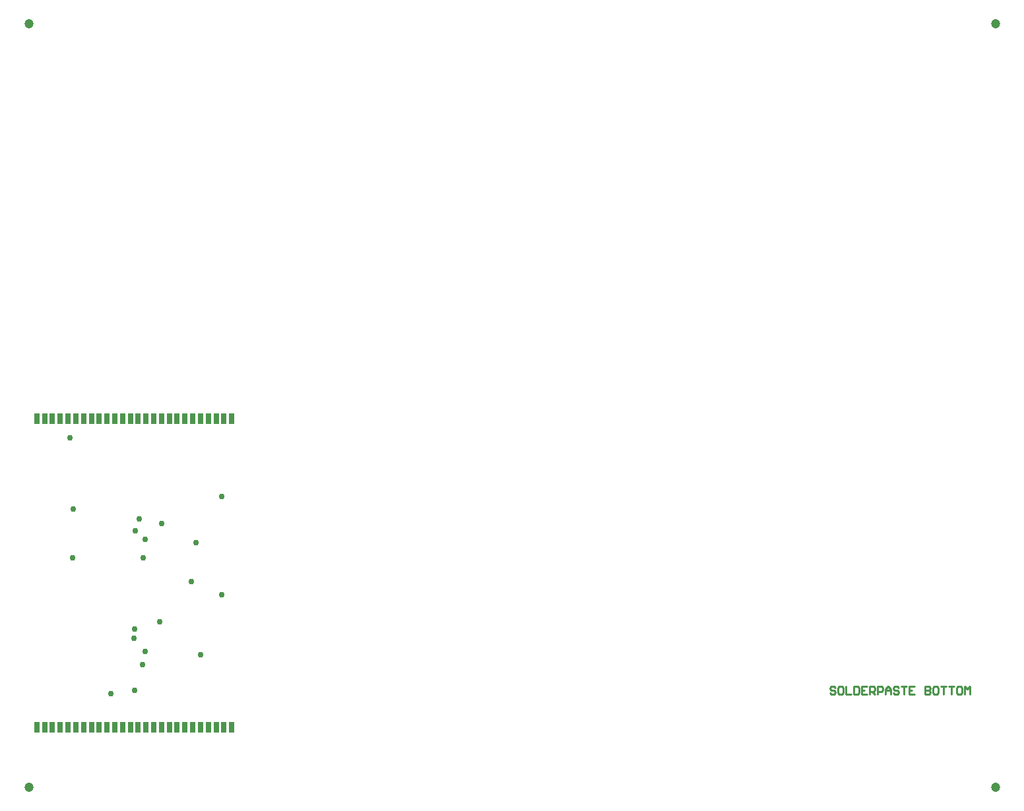
<source format=gbp>
%FSLAX24Y24*%
%MOIN*%
G70*
G01*
G75*
G04 Layer_Color=128*
%ADD10R,0.0315X0.0118*%
%ADD11R,0.0197X0.0039*%
%ADD12R,0.0157X0.0157*%
%ADD13R,0.0197X0.0118*%
%ADD14R,0.0118X0.0157*%
%ADD15C,0.0100*%
%ADD16R,0.0295X0.0591*%
%ADD17R,0.0146X0.0067*%
%ADD18R,0.0146X0.0106*%
G04:AMPARAMS|DCode=19|XSize=59.1mil|YSize=17.7mil|CornerRadius=0mil|HoleSize=0mil|Usage=FLASHONLY|Rotation=90.000|XOffset=0mil|YOffset=0mil|HoleType=Round|Shape=RoundedRectangle|*
%AMROUNDEDRECTD19*
21,1,0.0591,0.0177,0,0,90.0*
21,1,0.0591,0.0177,0,0,90.0*
1,1,0.0000,0.0089,0.0295*
1,1,0.0000,0.0089,-0.0295*
1,1,0.0000,-0.0089,-0.0295*
1,1,0.0000,-0.0089,0.0295*
%
%ADD19ROUNDEDRECTD19*%
%ADD20R,0.0118X0.0315*%
%ADD21R,0.0472X0.0787*%
%ADD22R,0.0354X0.0157*%
%ADD23R,0.0189X0.0197*%
%ADD24R,0.0039X0.0039*%
%ADD25R,0.0246X0.1496*%
%ADD26R,0.0246X0.1043*%
%ADD27R,0.1232X0.0246*%
%ADD28R,0.1496X0.0246*%
%ADD29R,0.0177X0.0197*%
%ADD30R,0.0118X0.0118*%
G04:AMPARAMS|DCode=31|XSize=11.8mil|YSize=11.8mil|CornerRadius=0.3mil|HoleSize=0mil|Usage=FLASHONLY|Rotation=270.000|XOffset=0mil|YOffset=0mil|HoleType=Round|Shape=RoundedRectangle|*
%AMROUNDEDRECTD31*
21,1,0.0118,0.0112,0,0,270.0*
21,1,0.0112,0.0118,0,0,270.0*
1,1,0.0006,-0.0056,-0.0056*
1,1,0.0006,-0.0056,0.0056*
1,1,0.0006,0.0056,0.0056*
1,1,0.0006,0.0056,-0.0056*
%
%ADD31ROUNDEDRECTD31*%
%ADD32R,0.1654X0.1654*%
%ADD33R,0.0374X0.0079*%
%ADD34R,0.0079X0.0374*%
G04:AMPARAMS|DCode=35|XSize=39.4mil|YSize=23.6mil|CornerRadius=0.6mil|HoleSize=0mil|Usage=FLASHONLY|Rotation=270.000|XOffset=0mil|YOffset=0mil|HoleType=Round|Shape=RoundedRectangle|*
%AMROUNDEDRECTD35*
21,1,0.0394,0.0224,0,0,270.0*
21,1,0.0382,0.0236,0,0,270.0*
1,1,0.0012,-0.0112,-0.0191*
1,1,0.0012,-0.0112,0.0191*
1,1,0.0012,0.0112,0.0191*
1,1,0.0012,0.0112,-0.0191*
%
%ADD35ROUNDEDRECTD35*%
%ADD36R,0.0118X0.0118*%
%ADD37R,0.0630X0.0315*%
G04:AMPARAMS|DCode=38|XSize=25.2mil|YSize=24mil|CornerRadius=0.6mil|HoleSize=0mil|Usage=FLASHONLY|Rotation=90.000|XOffset=0mil|YOffset=0mil|HoleType=Round|Shape=RoundedRectangle|*
%AMROUNDEDRECTD38*
21,1,0.0252,0.0228,0,0,90.0*
21,1,0.0240,0.0240,0,0,90.0*
1,1,0.0012,0.0114,0.0120*
1,1,0.0012,0.0114,-0.0120*
1,1,0.0012,-0.0114,-0.0120*
1,1,0.0012,-0.0114,0.0120*
%
%ADD38ROUNDEDRECTD38*%
%ADD39R,0.0106X0.0195*%
%ADD40R,0.0195X0.0106*%
%ADD41R,0.0106X0.0116*%
%ADD42R,0.0116X0.0106*%
%ADD43R,0.0138X0.0236*%
%ADD44R,0.0295X0.0197*%
%ADD45R,0.0390X0.0430*%
G04:AMPARAMS|DCode=46|XSize=31.5mil|YSize=31.5mil|CornerRadius=0.8mil|HoleSize=0mil|Usage=FLASHONLY|Rotation=180.000|XOffset=0mil|YOffset=0mil|HoleType=Round|Shape=RoundedRectangle|*
%AMROUNDEDRECTD46*
21,1,0.0315,0.0299,0,0,180.0*
21,1,0.0299,0.0315,0,0,180.0*
1,1,0.0016,-0.0150,0.0150*
1,1,0.0016,0.0150,0.0150*
1,1,0.0016,0.0150,-0.0150*
1,1,0.0016,-0.0150,-0.0150*
%
%ADD46ROUNDEDRECTD46*%
G04:AMPARAMS|DCode=47|XSize=19.7mil|YSize=19.7mil|CornerRadius=0.5mil|HoleSize=0mil|Usage=FLASHONLY|Rotation=0.000|XOffset=0mil|YOffset=0mil|HoleType=Round|Shape=RoundedRectangle|*
%AMROUNDEDRECTD47*
21,1,0.0197,0.0187,0,0,0.0*
21,1,0.0187,0.0197,0,0,0.0*
1,1,0.0010,0.0094,-0.0094*
1,1,0.0010,-0.0094,-0.0094*
1,1,0.0010,-0.0094,0.0094*
1,1,0.0010,0.0094,0.0094*
%
%ADD47ROUNDEDRECTD47*%
G04:AMPARAMS|DCode=48|XSize=11.8mil|YSize=11.8mil|CornerRadius=0.3mil|HoleSize=0mil|Usage=FLASHONLY|Rotation=180.000|XOffset=0mil|YOffset=0mil|HoleType=Round|Shape=RoundedRectangle|*
%AMROUNDEDRECTD48*
21,1,0.0118,0.0112,0,0,180.0*
21,1,0.0112,0.0118,0,0,180.0*
1,1,0.0006,-0.0056,0.0056*
1,1,0.0006,0.0056,0.0056*
1,1,0.0006,0.0056,-0.0056*
1,1,0.0006,-0.0056,-0.0056*
%
%ADD48ROUNDEDRECTD48*%
%ADD49R,0.1909X0.1909*%
%ADD50C,0.0118*%
G04:AMPARAMS|DCode=51|XSize=35.4mil|YSize=31.5mil|CornerRadius=0.2mil|HoleSize=0mil|Usage=FLASHONLY|Rotation=180.000|XOffset=0mil|YOffset=0mil|HoleType=Round|Shape=RoundedRectangle|*
%AMROUNDEDRECTD51*
21,1,0.0354,0.0312,0,0,180.0*
21,1,0.0351,0.0315,0,0,180.0*
1,1,0.0003,-0.0176,0.0156*
1,1,0.0003,0.0176,0.0156*
1,1,0.0003,0.0176,-0.0156*
1,1,0.0003,-0.0176,-0.0156*
%
%ADD51ROUNDEDRECTD51*%
G04:AMPARAMS|DCode=52|XSize=19.7mil|YSize=19.7mil|CornerRadius=0.5mil|HoleSize=0mil|Usage=FLASHONLY|Rotation=270.000|XOffset=0mil|YOffset=0mil|HoleType=Round|Shape=RoundedRectangle|*
%AMROUNDEDRECTD52*
21,1,0.0197,0.0187,0,0,270.0*
21,1,0.0187,0.0197,0,0,270.0*
1,1,0.0010,-0.0094,-0.0094*
1,1,0.0010,-0.0094,0.0094*
1,1,0.0010,0.0094,0.0094*
1,1,0.0010,0.0094,-0.0094*
%
%ADD52ROUNDEDRECTD52*%
%ADD53R,0.0197X0.0177*%
G04:AMPARAMS|DCode=54|XSize=31.5mil|YSize=31.5mil|CornerRadius=0.8mil|HoleSize=0mil|Usage=FLASHONLY|Rotation=270.000|XOffset=0mil|YOffset=0mil|HoleType=Round|Shape=RoundedRectangle|*
%AMROUNDEDRECTD54*
21,1,0.0315,0.0299,0,0,270.0*
21,1,0.0299,0.0315,0,0,270.0*
1,1,0.0016,-0.0150,-0.0150*
1,1,0.0016,-0.0150,0.0150*
1,1,0.0016,0.0150,0.0150*
1,1,0.0016,0.0150,-0.0150*
%
%ADD54ROUNDEDRECTD54*%
%ADD55C,0.0472*%
%ADD56R,0.0315X0.0551*%
%ADD57C,0.0300*%
D15*
X40719Y2253D02*
X40653Y2319D01*
X40519D01*
X40453Y2253D01*
Y2186D01*
X40519Y2119D01*
X40653D01*
X40719Y2053D01*
Y1986D01*
X40653Y1919D01*
X40519D01*
X40453Y1986D01*
X41053Y2319D02*
X40919D01*
X40853Y2253D01*
Y1986D01*
X40919Y1919D01*
X41053D01*
X41119Y1986D01*
Y2253D01*
X41053Y2319D01*
X41252D02*
Y1919D01*
X41519D01*
X41652Y2319D02*
Y1919D01*
X41852D01*
X41919Y1986D01*
Y2253D01*
X41852Y2319D01*
X41652D01*
X42319D02*
X42052D01*
Y1919D01*
X42319D01*
X42052Y2119D02*
X42186D01*
X42452Y1919D02*
Y2319D01*
X42652D01*
X42719Y2253D01*
Y2119D01*
X42652Y2053D01*
X42452D01*
X42585D02*
X42719Y1919D01*
X42852D02*
Y2319D01*
X43052D01*
X43119Y2253D01*
Y2119D01*
X43052Y2053D01*
X42852D01*
X43252Y1919D02*
Y2186D01*
X43385Y2319D01*
X43518Y2186D01*
Y1919D01*
Y2119D01*
X43252D01*
X43918Y2253D02*
X43852Y2319D01*
X43718D01*
X43652Y2253D01*
Y2186D01*
X43718Y2119D01*
X43852D01*
X43918Y2053D01*
Y1986D01*
X43852Y1919D01*
X43718D01*
X43652Y1986D01*
X44052Y2319D02*
X44318D01*
X44185D01*
Y1919D01*
X44718Y2319D02*
X44451D01*
Y1919D01*
X44718D01*
X44451Y2119D02*
X44585D01*
X45251Y2319D02*
Y1919D01*
X45451D01*
X45518Y1986D01*
Y2053D01*
X45451Y2119D01*
X45251D01*
X45451D01*
X45518Y2186D01*
Y2253D01*
X45451Y2319D01*
X45251D01*
X45851D02*
X45718D01*
X45651Y2253D01*
Y1986D01*
X45718Y1919D01*
X45851D01*
X45918Y1986D01*
Y2253D01*
X45851Y2319D01*
X46051D02*
X46318D01*
X46184D01*
Y1919D01*
X46451Y2319D02*
X46717D01*
X46584D01*
Y1919D01*
X47051Y2319D02*
X46917D01*
X46851Y2253D01*
Y1986D01*
X46917Y1919D01*
X47051D01*
X47117Y1986D01*
Y2253D01*
X47051Y2319D01*
X47251Y1919D02*
Y2319D01*
X47384Y2186D01*
X47517Y2319D01*
Y1919D01*
D55*
X0Y-2756D02*
D03*
X48819Y35827D02*
D03*
X0D02*
D03*
X48819Y-2756D02*
D03*
D56*
X3543Y15866D02*
D03*
X8268Y276D02*
D03*
X5906Y15866D02*
D03*
X4331D02*
D03*
X7874Y276D02*
D03*
X7480D02*
D03*
X7087D02*
D03*
X6693D02*
D03*
X9843D02*
D03*
X9449D02*
D03*
X9055D02*
D03*
X8661D02*
D03*
X1969D02*
D03*
X2362D02*
D03*
X1575D02*
D03*
X9055Y15866D02*
D03*
X8661D02*
D03*
X8268D02*
D03*
X7874D02*
D03*
X1181Y276D02*
D03*
X787D02*
D03*
X1969Y15866D02*
D03*
X3150D02*
D03*
X3543Y276D02*
D03*
X10236D02*
D03*
Y15866D02*
D03*
X5118Y276D02*
D03*
X1575Y15866D02*
D03*
X5118D02*
D03*
X5512D02*
D03*
X3937D02*
D03*
X6693D02*
D03*
X6299D02*
D03*
X3150Y276D02*
D03*
X4724D02*
D03*
X3937D02*
D03*
X5512D02*
D03*
X4331D02*
D03*
X9449Y15866D02*
D03*
X9843D02*
D03*
X6299Y276D02*
D03*
X5906D02*
D03*
X7087Y15866D02*
D03*
X7480D02*
D03*
X394Y276D02*
D03*
Y15866D02*
D03*
X787D02*
D03*
X2362D02*
D03*
X4724D02*
D03*
X2756D02*
D03*
X2756Y276D02*
D03*
X1181Y15866D02*
D03*
D57*
X8673Y3930D02*
D03*
X2210Y8829D02*
D03*
X8189Y7628D02*
D03*
X5325Y2146D02*
D03*
X2057Y14911D02*
D03*
X9724Y6969D02*
D03*
X4134Y1978D02*
D03*
X9744Y11919D02*
D03*
X2215Y11289D02*
D03*
X6614Y5591D02*
D03*
X6693Y10561D02*
D03*
X5354Y10197D02*
D03*
X5866Y9764D02*
D03*
X5551Y10787D02*
D03*
X8445Y9606D02*
D03*
X5313Y4770D02*
D03*
X5876Y4104D02*
D03*
X5323Y5240D02*
D03*
X5758Y8829D02*
D03*
X5723Y3430D02*
D03*
M02*

</source>
